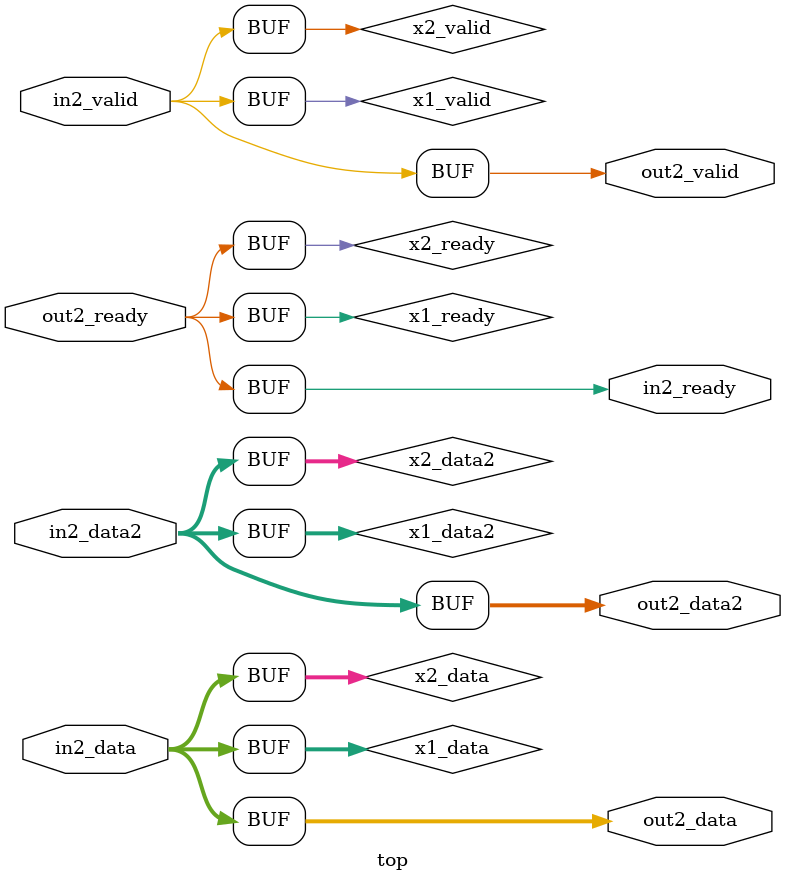
<source format=sv>
module top (
	input logic [15:0] in2_data,
	input logic signed [12:0] in2_data2,
	output logic in2_ready,
	input logic in2_valid,

	output logic [15:0] out2_data,
	output logic signed [12:0] out2_data2,
	input logic out2_ready,
	output logic out2_valid
);

	logic [15:0] x1_data;
	logic [15:0] x2_data;
	logic signed [12:0] x1_data2;
	logic signed [12:0] x2_data2;
	logic x1_valid;
	logic x2_valid;
	logic x1_ready;
	logic x2_ready;

	assign out2_data = in2_data;
	assign x1_data = in2_data;
	assign x2_data = in2_data;
	assign out2_data2 = in2_data2;
	assign x1_data2 = in2_data2;
	assign x2_data2 = in2_data2;
	assign out2_valid = in2_valid;
	assign x1_valid = in2_valid;
	assign x2_valid = in2_valid;
	assign in2_ready = out2_ready;
	assign x1_ready = out2_ready;
	assign x2_ready = out2_ready;
endmodule



</source>
